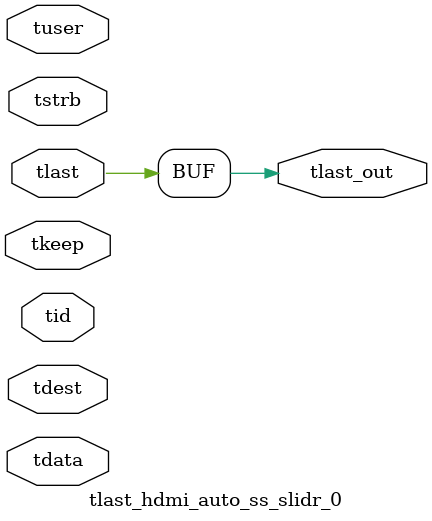
<source format=v>


`timescale 1ps/1ps

module tlast_hdmi_auto_ss_slidr_0 #
(
parameter C_S_AXIS_TID_WIDTH   = 1,
parameter C_S_AXIS_TUSER_WIDTH = 0,
parameter C_S_AXIS_TDATA_WIDTH = 0,
parameter C_S_AXIS_TDEST_WIDTH = 0
)
(
input  [(C_S_AXIS_TID_WIDTH   == 0 ? 1 : C_S_AXIS_TID_WIDTH)-1:0       ] tid,
input  [(C_S_AXIS_TDATA_WIDTH == 0 ? 1 : C_S_AXIS_TDATA_WIDTH)-1:0     ] tdata,
input  [(C_S_AXIS_TUSER_WIDTH == 0 ? 1 : C_S_AXIS_TUSER_WIDTH)-1:0     ] tuser,
input  [(C_S_AXIS_TDEST_WIDTH == 0 ? 1 : C_S_AXIS_TDEST_WIDTH)-1:0     ] tdest,
input  [(C_S_AXIS_TDATA_WIDTH/8)-1:0 ] tkeep,
input  [(C_S_AXIS_TDATA_WIDTH/8)-1:0 ] tstrb,
input  [0:0]                                                             tlast,
output                                                                   tlast_out
);

assign tlast_out = {tlast};

endmodule


</source>
